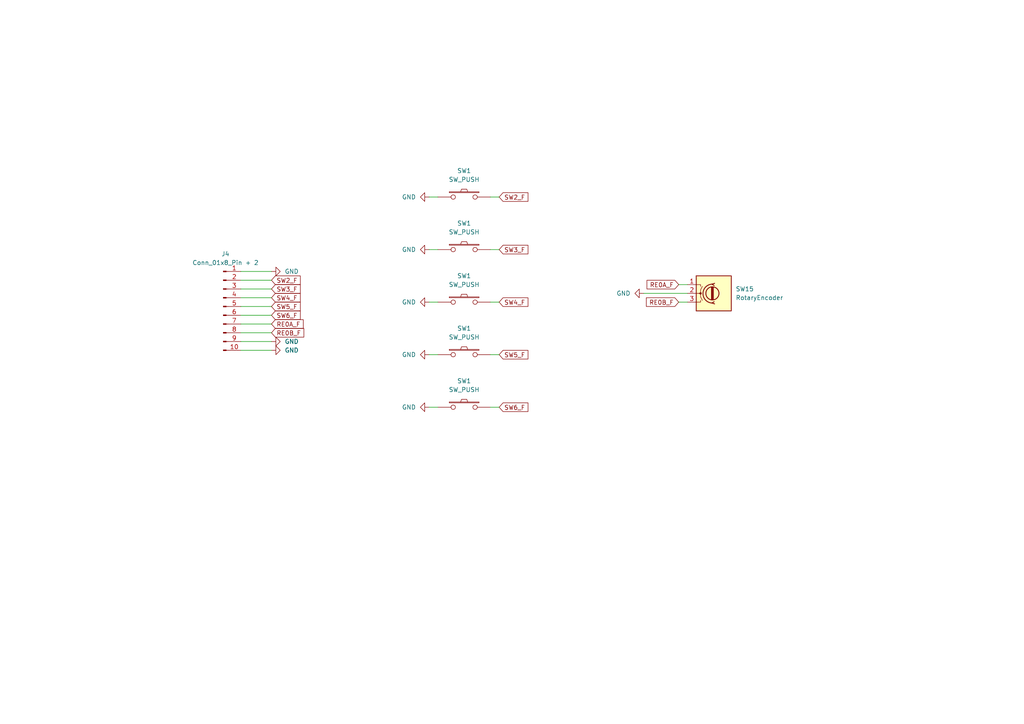
<source format=kicad_sch>
(kicad_sch (version 20230121) (generator eeschema)
  (paper "A4")
  (lib_symbols
    (symbol "Connector:Conn_01x10_Pin" (pin_names (offset 1.016) hide)
      (property "Reference" "J" (at 0 12.7 0))
      (property "Value" "Conn_01x10_Pin" (at 0 -15.24 0))
      (symbol "Conn_01x10_Pin_1_1"
        (polyline (pts (xy 1.27 -12.7) (xy 0.8636 -12.7)) (stroke (width 0.1524)))
        (polyline (pts (xy 1.27 -10.16) (xy 0.8636 -10.16)) (stroke (width 0.1524)))
        (polyline (pts (xy 1.27 -7.62) (xy 0.8636 -7.62)) (stroke (width 0.1524)))
        (polyline (pts (xy 1.27 -5.08) (xy 0.8636 -5.08)) (stroke (width 0.1524)))
        (polyline (pts (xy 1.27 -2.54) (xy 0.8636 -2.54)) (stroke (width 0.1524)))
        (polyline (pts (xy 1.27 0) (xy 0.8636 0)) (stroke (width 0.1524)))
        (polyline (pts (xy 1.27 2.54) (xy 0.8636 2.54)) (stroke (width 0.1524)))
        (polyline (pts (xy 1.27 5.08) (xy 0.8636 5.08)) (stroke (width 0.1524)))
        (polyline (pts (xy 1.27 7.62) (xy 0.8636 7.62)) (stroke (width 0.1524)))
        (polyline (pts (xy 1.27 10.16) (xy 0.8636 10.16)) (stroke (width 0.1524)))
        (rectangle (start 0.8636 -12.573) (end 0 -12.827) (stroke (width 0.1524)) (fill (type outline)))
        (rectangle (start 0.8636 -10.033) (end 0 -10.287) (stroke (width 0.1524)) (fill (type outline)))
        (rectangle (start 0.8636 -7.493) (end 0 -7.747) (stroke (width 0.1524)) (fill (type outline)))
        (rectangle (start 0.8636 -4.953) (end 0 -5.207) (stroke (width 0.1524)) (fill (type outline)))
        (rectangle (start 0.8636 -2.413) (end 0 -2.667) (stroke (width 0.1524)) (fill (type outline)))
        (rectangle (start 0.8636 0.127) (end 0 -0.127) (stroke (width 0.1524)) (fill (type outline)))
        (rectangle (start 0.8636 2.667) (end 0 2.413) (stroke (width 0.1524)) (fill (type outline)))
        (rectangle (start 0.8636 5.207) (end 0 4.953) (stroke (width 0.1524)) (fill (type outline)))
        (rectangle (start 0.8636 7.747) (end 0 7.493) (stroke (width 0.1524)) (fill (type outline)))
        (rectangle (start 0.8636 10.287) (end 0 10.033) (stroke (width 0.1524)) (fill (type outline)))
        (pin passive line (at 5.08 10.16 180) (length 3.81) (name "Pin_1") (number "1"))
        (pin passive line (at 5.08 -12.7 180) (length 3.81) (name "Pin_10") (number "10"))
        (pin passive line (at 5.08 7.62 180) (length 3.81) (name "Pin_2") (number "2"))
        (pin passive line (at 5.08 5.08 180) (length 3.81) (name "Pin_3") (number "3"))
        (pin passive line (at 5.08 2.54 180) (length 3.81) (name "Pin_4") (number "4"))
        (pin passive line (at 5.08 0 180) (length 3.81) (name "Pin_5") (number "5"))
        (pin passive line (at 5.08 -2.54 180) (length 3.81) (name "Pin_6") (number "6"))
        (pin passive line (at 5.08 -5.08 180) (length 3.81) (name "Pin_7") (number "7"))
        (pin passive line (at 5.08 -7.62 180) (length 3.81) (name "Pin_8") (number "8"))
        (pin passive line (at 5.08 -10.16 180) (length 3.81) (name "Pin_9") (number "9"))
      )
    )
    (symbol "Device:RotaryEncoder" (pin_names (offset 0.254) hide)
      (property "Reference" "SW15" (at 6.35 1.27 0))
      (property "Value" "RotaryEncoder" (at 6.35 -1.27 0))
      (symbol "RotaryEncoder_0_1"
        (rectangle (start -5.08 5.08) (end 5.08 -5.08) (stroke (width 0.254)) (fill (type background)))
        (circle (center -3.81 0) (radius 0.254) (fill (type outline)))
        (circle (center -0.381 0) (radius 1.905) (stroke (width 0.254)))
        (arc (start -0.381 2.667) (mid -3.0988 -0.0635) (end -0.381 -2.794) (stroke (width 0.254)))
        (polyline (pts (xy -0.635 -1.778) (xy -0.635 1.778)) (stroke (width 0.254)))
        (polyline (pts (xy -0.381 -1.778) (xy -0.381 1.778)) (stroke (width 0.254)))
        (polyline (pts (xy -0.127 1.778) (xy -0.127 -1.778)) (stroke (width 0.254)))
        (polyline (pts (xy -5.08 -2.54) (xy -3.81 -2.54) (xy -3.81 -2.032)))
        (polyline (pts (xy -5.08 2.54) (xy -3.81 2.54) (xy -3.81 2.032)))
        (polyline (pts (xy 0.254 -3.048) (xy -0.508 -2.794) (xy 0.127 -2.413)) (stroke (width 0.254)))
        (polyline (pts (xy 0.254 2.921) (xy -0.508 2.667) (xy 0.127 2.286)) (stroke (width 0.254)))
        (polyline (pts (xy -5.08 0) (xy -3.81 0) (xy -3.81 -1.016) (xy -3.302 -2.032)))
        (polyline (pts (xy -4.318 0) (xy -3.81 0) (xy -3.81 1.016) (xy -3.302 2.032)))
      )
      (symbol "RotaryEncoder_1_1"
        (pin passive line (at -7.62 2.54 0) (length 2.54) (name "A") (number "1"))
        (pin passive line (at -7.62 0 0) (length 2.54) (name "2") (number "2"))
        (pin passive line (at -7.62 -2.54 0) (length 2.54) (name "3") (number "3"))
      )
    )
    (symbol "kbd:SW_PUSH" (pin_numbers hide) (pin_names (offset 1.016) hide)
      (property "Reference" "SW" (at 3.81 2.794 0))
      (property "Value" "SW_PUSH" (at 0 -2.032 0))
      (symbol "SW_PUSH_0_1"
        (rectangle (start -4.318 1.27) (end 4.318 1.524))
        (polyline (pts (xy -1.016 1.524) (xy -0.762 2.286) (xy 0.762 2.286) (xy 1.016 1.524)))
        (pin passive inverted (at -7.62 0 0) (length 5.08) (name "1") (number "1"))
        (pin passive inverted (at 7.62 0 180) (length 5.08) (name "2") (number "2"))
      )
    )
    (symbol "power:GND" (power) (pin_names (offset 0))
      (property "Value" "GND" (at 0 -3.81 0))
      (symbol "GND_0_1"
        (polyline (pts (xy 0 0) (xy 0 -1.27) (xy 1.27 -1.27) (xy 0 -2.54) (xy -1.27 -1.27) (xy 0 -1.27)))
      )
      (symbol "GND_1_1"
        (pin power_in line (at 0 0 270) (length 0) hide (name "GND") (number "1"))
      )
    )
  )
  (wire (pts (xy 69.85 96.52) (xy 78.74 96.52)))
  (wire (pts (xy 124.46 87.63) (xy 127 87.63)))
  (wire (pts (xy 69.85 93.98) (xy 78.74 93.98)))
  (wire (pts (xy 142.24 87.63) (xy 144.78 87.63)))
  (wire (pts (xy 196.85 82.55) (xy 199.39 82.55)))
  (wire (pts (xy 196.85 87.63) (xy 199.39 87.63)))
  (wire (pts (xy 69.85 99.06) (xy 78.74 99.06)))
  (wire (pts (xy 142.24 102.87) (xy 144.78 102.87)))
  (wire (pts (xy 69.85 88.9) (xy 78.74 88.9)))
  (wire (pts (xy 69.85 83.82) (xy 78.74 83.82)))
  (wire (pts (xy 69.85 78.74) (xy 78.74 78.74)))
  (wire (pts (xy 186.69 85.09) (xy 199.39 85.09)))
  (wire (pts (xy 142.24 118.11) (xy 144.78 118.11)))
  (wire (pts (xy 69.85 81.28) (xy 78.74 81.28)))
  (wire (pts (xy 69.85 101.6) (xy 78.74 101.6)))
  (wire (pts (xy 124.46 57.15) (xy 127 57.15)))
  (wire (pts (xy 124.46 102.87) (xy 127 102.87)))
  (wire (pts (xy 124.46 118.11) (xy 127 118.11)))
  (wire (pts (xy 69.85 91.44) (xy 78.74 91.44)))
  (wire (pts (xy 142.24 57.15) (xy 144.78 57.15)))
  (wire (pts (xy 69.85 86.36) (xy 78.74 86.36)))
  (wire (pts (xy 142.24 72.39) (xy 144.78 72.39)))
  (wire (pts (xy 124.46 72.39) (xy 127 72.39)))
  (global_label "SW5_F" (shape input) (at 144.78 102.87 0) (property "Intersheetrefs" "${INTERSHEET_REFS}" (effects hide)))
  (global_label "SW6_F" (shape input) (at 78.74 91.44 0) (property "Intersheetrefs" "${INTERSHEET_REFS}" (effects hide)))
  (global_label "RE0B_F" (shape input) (at 196.85 87.63 180) (property "Intersheetrefs" "${INTERSHEET_REFS}" (effects hide)))
  (global_label "RE0A_F" (shape input) (at 78.74 93.98 0) (property "Intersheetrefs" "${INTERSHEET_REFS}" (effects hide)))
  (global_label "SW3_F" (shape input) (at 78.74 83.82 0) (property "Intersheetrefs" "${INTERSHEET_REFS}" (effects hide)))
  (global_label "SW4_F" (shape input) (at 144.78 87.63 0) (property "Intersheetrefs" "${INTERSHEET_REFS}" (effects hide)))
  (global_label "SW6_F" (shape input) (at 144.78 118.11 0) (property "Intersheetrefs" "${INTERSHEET_REFS}" (effects hide)))
  (global_label "SW2_F" (shape input) (at 78.74 81.28 0) (property "Intersheetrefs" "${INTERSHEET_REFS}" (effects hide)))
  (global_label "SW3_F" (shape input) (at 144.78 72.39 0) (property "Intersheetrefs" "${INTERSHEET_REFS}" (effects hide)))
  (global_label "RE0A_F" (shape input) (at 196.85 82.55 180) (property "Intersheetrefs" "${INTERSHEET_REFS}" (effects hide)))
  (global_label "RE0B_F" (shape input) (at 78.74 96.52 0) (property "Intersheetrefs" "${INTERSHEET_REFS}" (effects hide)))
  (global_label "SW5_F" (shape input) (at 78.74 88.9 0) (property "Intersheetrefs" "${INTERSHEET_REFS}" (effects hide)))
  (global_label "SW4_F" (shape input) (at 78.74 86.36 0) (property "Intersheetrefs" "${INTERSHEET_REFS}" (effects hide)))
  (global_label "SW2_F" (shape input) (at 144.78 57.15 0) (property "Intersheetrefs" "${INTERSHEET_REFS}" (effects hide)))
  (symbol (lib_id "power:GND") (at 124.46 102.87 270) (unit 1)
    (property "Reference" "#PWR020" (effects hide))
    (property "Value" "GND" (at 120.65 102.87 90) (effects (justify right)))
    (instances (project "Chip_Sencor2" (path "" (reference "#PWR020") (unit 1)) (path "" (reference "#PWR03") (unit 1))))
  )
  (symbol (lib_id "power:GND") (at 124.46 87.63 270) (unit 1)
    (property "Reference" "#PWR020" (effects hide))
    (property "Value" "GND" (at 120.65 87.63 90) (effects (justify right)))
    (instances (project "Chip_Sencor2" (path "" (reference "#PWR020") (unit 1)) (path "" (reference "#PWR029") (unit 1))))
  )
  (symbol (lib_id "power:GND") (at 124.46 72.39 270) (unit 1)
    (property "Reference" "#PWR020" (effects hide))
    (property "Value" "GND" (at 120.65 72.39 90) (effects (justify right)))
    (instances (project "Chip_Sencor2" (path "" (reference "#PWR020") (unit 1)) (path "" (reference "#PWR04") (unit 1))))
  )
  (symbol (lib_id "power:GND") (at 124.46 57.15 270) (unit 1)
    (property "Reference" "#PWR020" (effects hide))
    (property "Value" "GND" (at 120.65 57.15 90) (effects (justify right)))
    (instances (project "Chip_Sencor2" (path "" (reference "#PWR020") (unit 1)) (path "" (reference "#PWR02") (unit 1))))
  )
  (symbol (lib_id "kbd:SW_PUSH") (at 134.62 87.63 0) (unit 1)
    (property "Reference" "SW1" (at 134.62 80.01 0))
    (property "Value" "SW_PUSH" (at 134.62 82.55 0))
    (property "Footprint" "0:SW-TH_L6.2-W6.2-P5.00" (effects hide))
    (property "LCSC" "C400268" (effects hide))
    (instances (project "Chip_Sencor2" (path "" (reference "SW1") (unit 1)) (path "" (reference "SW4") (unit 1))))
  )
  (symbol (lib_id "Connector:Conn_01x10_Pin") (at 64.77 88.9 0) (unit 1)
    (property "Reference" "J4" (at 65.405 73.66 0))
    (property "Value" "Conn_01x8_Pin + 2" (at 65.405 76.2 0))
    (property "Footprint" "0:FFCｺﾈｸﾀ_FPC-SMD_P0.50-8P_FGS-XJ-H2.0" (effects hide))
    (property "LCSC" "C262264" (effects hide))
  )
  (symbol (lib_id "power:GND") (at 78.74 101.6 90) (mirror x) (unit 1)
    (property "Reference" "#PWR020" (effects hide))
    (property "Value" "GND" (at 82.55 101.6 90) (effects (justify right)))
    (instances (project "Chip_Sencor2" (path "" (reference "#PWR020") (unit 1)) (path "" (reference "#PWR042") (unit 1))))
  )
  (symbol (lib_id "kbd:SW_PUSH") (at 134.62 102.87 0) (unit 1)
    (property "Reference" "SW1" (at 134.62 95.25 0))
    (property "Value" "SW_PUSH" (at 134.62 97.79 0))
    (property "Footprint" "0:SW-TH_L6.2-W6.2-P5.00" (effects hide))
    (property "LCSC" "C400268" (effects hide))
    (instances (project "Chip_Sencor2" (path "" (reference "SW1") (unit 1)) (path "" (reference "SW5") (unit 1))))
  )
  (symbol (lib_id "power:GND") (at 124.46 118.11 270) (unit 1)
    (property "Reference" "#PWR020" (effects hide))
    (property "Value" "GND" (at 120.65 118.11 90) (effects (justify right)))
    (instances (project "Chip_Sencor2" (path "" (reference "#PWR020") (unit 1)) (path "" (reference "#PWR06") (unit 1))))
  )
  (symbol (lib_id "power:GND") (at 78.74 99.06 90) (mirror x) (unit 1)
    (property "Reference" "#PWR020" (effects hide))
    (property "Value" "GND" (at 82.55 99.06 90) (effects (justify right)))
    (instances (project "Chip_Sencor2" (path "" (reference "#PWR020") (unit 1)) (path "" (reference "#PWR041") (unit 1))))
  )
  (symbol (lib_id "Device:RotaryEncoder") (at 207.01 85.09 0) (unit 1)
    (property "Reference" "SW15" (at 213.36 83.82 0) (effects (justify left)))
    (property "Value" "RotaryEncoder" (at 213.36 86.36 0) (effects (justify left)))
    (property "Footprint" "0:SW-TH_CEN971112R02" (effects hide))
    (property "LCSC" "C400278" (effects hide))
    (instances (project "Chip_Sencor2" (path "" (reference "SW15") (unit 1)) (path "" (reference "SW12") (unit 1))))
  )
  (symbol (lib_id "kbd:SW_PUSH") (at 134.62 72.39 0) (unit 1)
    (property "Reference" "SW1" (at 134.62 64.77 0))
    (property "Value" "SW_PUSH" (at 134.62 67.31 0))
    (property "Footprint" "0:SW-TH_L6.2-W6.2-P5.00" (effects hide))
    (property "LCSC" "C400268" (effects hide))
    (instances (project "Chip_Sencor2" (path "" (reference "SW1") (unit 1)) (path "" (reference "SW3") (unit 1))))
  )
  (symbol (lib_id "power:GND") (at 186.69 85.09 270) (unit 1)
    (property "Reference" "#PWR020" (effects hide))
    (property "Value" "GND" (at 182.88 85.09 90) (effects (justify right)))
    (instances (project "Chip_Sencor2" (path "" (reference "#PWR020") (unit 1)) (path "" (reference "#PWR031") (unit 1))))
  )
  (symbol (lib_id "kbd:SW_PUSH") (at 134.62 118.11 0) (unit 1)
    (property "Reference" "SW1" (at 134.62 110.49 0))
    (property "Value" "SW_PUSH" (at 134.62 113.03 0))
    (property "Footprint" "0:SW-TH_L6.2-W6.2-P5.00" (effects hide))
    (property "LCSC" "C400268" (effects hide))
    (instances (project "Chip_Sencor2" (path "" (reference "SW1") (unit 1)) (path "" (reference "SW6") (unit 1))))
  )
  (symbol (lib_id "kbd:SW_PUSH") (at 134.62 57.15 0) (unit 1)
    (property "Reference" "SW1" (at 134.62 49.53 0))
    (property "Value" "SW_PUSH" (at 134.62 52.07 0))
    (property "Footprint" "0:SW-TH_L6.2-W6.2-P5.00" (effects hide))
    (property "LCSC" "C400268" (effects hide))
    (instances (project "Chip_Sencor2" (path "" (reference "SW1") (unit 1)) (path "" (reference "SW2") (unit 1))))
  )
  (symbol (lib_id "power:GND") (at 78.74 78.74 90) (mirror x) (unit 1)
    (property "Reference" "#PWR020" (effects hide))
    (property "Value" "GND" (at 82.55 78.74 90) (effects (justify right)))
    (instances (project "Chip_Sencor2" (path "" (reference "#PWR020") (unit 1)) (path "" (reference "#PWR034") (unit 1))))
  )
)
</source>
